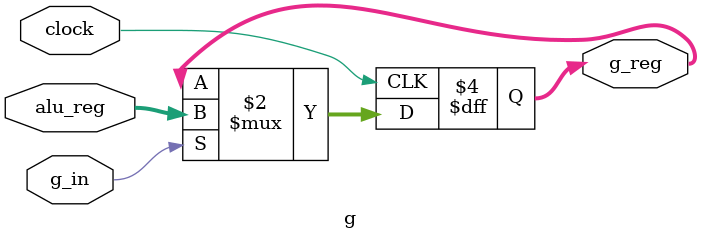
<source format=v>
module g(clock, alu_reg, g_in, g_reg);
	input clock, g_in;
	input [15:0] alu_reg;
	output reg [15:0] g_reg;
	
	always@(posedge clock) begin
		if(g_in)
			g_reg <= alu_reg;
	end

endmodule
	
</source>
